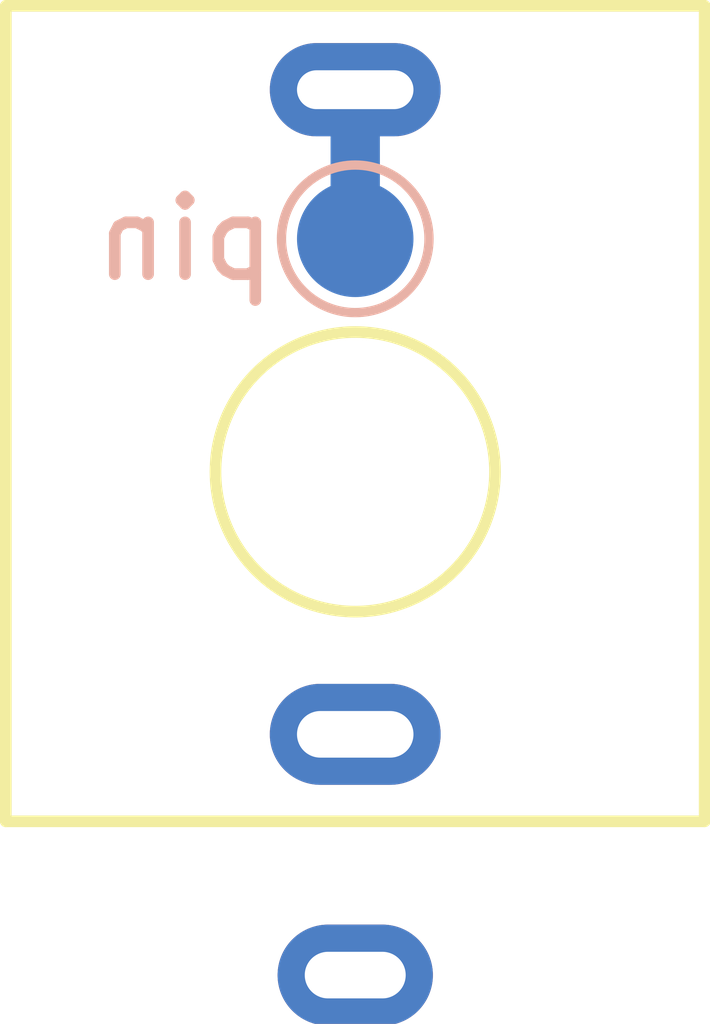
<source format=kicad_pcb>
(kicad_pcb (version 20171130) (host pcbnew "(5.1.9-0-10_14)")

  (general
    (thickness 1.6)
    (drawings 1)
    (tracks 1)
    (zones 0)
    (modules 2)
    (nets 3)
  )

  (page A4)
  (layers
    (0 F.Cu signal)
    (31 B.Cu signal)
    (32 B.Adhes user)
    (33 F.Adhes user)
    (34 B.Paste user)
    (35 F.Paste user)
    (36 B.SilkS user)
    (37 F.SilkS user)
    (38 B.Mask user)
    (39 F.Mask user)
    (40 Dwgs.User user)
    (41 Cmts.User user)
    (42 Eco1.User user)
    (43 Eco2.User user)
    (44 Edge.Cuts user)
    (45 Margin user)
    (46 B.CrtYd user hide)
    (47 F.CrtYd user hide)
    (48 B.Fab user hide)
    (49 F.Fab user hide)
  )

  (setup
    (last_trace_width 0.1524)
    (user_trace_width 0.1524)
    (user_trace_width 0.254)
    (user_trace_width 0.4064)
    (user_trace_width 0.635)
    (trace_clearance 0.1524)
    (zone_clearance 0.508)
    (zone_45_only no)
    (trace_min 0.1524)
    (via_size 0.6858)
    (via_drill 0.3048)
    (via_min_size 0.6858)
    (via_min_drill 0.3048)
    (uvia_size 0.3048)
    (uvia_drill 0.1524)
    (uvias_allowed no)
    (uvia_min_size 0.2)
    (uvia_min_drill 0.1)
    (edge_width 0.15)
    (segment_width 0.2)
    (pcb_text_width 0.3)
    (pcb_text_size 1.5 1.5)
    (mod_edge_width 0.15)
    (mod_text_size 1 1)
    (mod_text_width 0.15)
    (pad_size 2.2 1.3)
    (pad_drill 1.5)
    (pad_to_mask_clearance 0.2)
    (aux_axis_origin 0 0)
    (visible_elements FFFFFF7F)
    (pcbplotparams
      (layerselection 0x010fc_ffffffff)
      (usegerberextensions false)
      (usegerberattributes false)
      (usegerberadvancedattributes false)
      (creategerberjobfile false)
      (excludeedgelayer true)
      (linewidth 0.100000)
      (plotframeref false)
      (viasonmask false)
      (mode 1)
      (useauxorigin false)
      (hpglpennumber 1)
      (hpglpenspeed 20)
      (hpglpendiameter 15.000000)
      (psnegative false)
      (psa4output false)
      (plotreference true)
      (plotvalue true)
      (plotinvisibletext false)
      (padsonsilk false)
      (subtractmaskfromsilk false)
      (outputformat 1)
      (mirror false)
      (drillshape 1)
      (scaleselection 1)
      (outputdirectory ""))
  )

  (net 0 "")
  (net 1 GND)
  (net 2 "Net-(Pin0-Pad1)")

  (net_class Default "This is the default net class."
    (clearance 0.1524)
    (trace_width 0.1524)
    (via_dia 0.6858)
    (via_drill 0.3048)
    (uvia_dia 0.3048)
    (uvia_drill 0.1524)
    (diff_pair_width 0.1524)
    (diff_pair_gap 0.1524)
    (add_net GND)
    (add_net "Net-(Pin0-Pad1)")
  )

  (module Connector_Thonk:ThonkiconnJack (layer F.Cu) (tedit 61B869FF) (tstamp 608A8B61)
    (at 0 0)
    (path /5FC82E98)
    (fp_text reference ZZ1 (at 0 -7.5) (layer F.SilkS) hide
      (effects (font (size 1 1) (thickness 0.15)))
    )
    (fp_text value IN (at 0 9.3) (layer F.Fab)
      (effects (font (size 1 1) (thickness 0.15)))
    )
    (fp_line (start -4.5 4.5) (end 4.5 4.5) (layer F.SilkS) (width 0.15))
    (fp_line (start 4.5 -6) (end 4.5 4.5) (layer F.SilkS) (width 0.15))
    (fp_line (start -4.5 -6) (end -4.5 4.5) (layer F.SilkS) (width 0.15))
    (fp_line (start -4.5 -6) (end 4.5 -6) (layer F.SilkS) (width 0.15))
    (fp_circle (center 0 0) (end 1.8 0) (layer F.SilkS) (width 0.15))
    (pad "" np_thru_hole circle (at 0 0) (size 2.5 2.5) (drill 2.5) (layers *.Cu *.Mask))
    (pad T thru_hole oval (at 0 -4.92) (size 2.2 1.2) (drill oval 1.5 0.5) (layers *.Cu *.Mask)
      (net 2 "Net-(Pin0-Pad1)"))
    (pad TN thru_hole oval (at 0 3.38) (size 2.2 1.3) (drill oval 1.5 0.6) (layers *.Cu *.Mask)
      (net 1 GND))
    (pad S thru_hole oval (at 0 6.48) (size 2 1.3) (drill oval 1.3 0.6) (layers *.Cu *.Mask)
      (net 1 GND))
  )

  (module TestPoint:TestPoint_Pad_D1.5mm (layer B.Cu) (tedit 5A0F774F) (tstamp 60B90EA5)
    (at 0 -3)
    (descr "SMD pad as test Point, diameter 1.5mm")
    (tags "test point SMD pad")
    (path /60B91AE3)
    (attr virtual)
    (fp_text reference Pin0 (at 0 1.648) (layer F.SilkS) hide
      (effects (font (size 1 1) (thickness 0.15)))
    )
    (fp_text value TestPoint (at 0 -1.75) (layer B.Fab)
      (effects (font (size 1 1) (thickness 0.15)) (justify mirror))
    )
    (fp_circle (center 0 0) (end 1.25 0) (layer B.CrtYd) (width 0.05))
    (fp_circle (center 0 0) (end 0 -0.95) (layer B.SilkS) (width 0.12))
    (fp_text user %R (at 0 1.65) (layer B.Fab)
      (effects (font (size 1 1) (thickness 0.15)) (justify mirror))
    )
    (pad 1 smd circle (at 0 0) (size 1.5 1.5) (layers B.Cu B.Mask)
      (net 2 "Net-(Pin0-Pad1)"))
  )

  (gr_text pin (at -0.95 -3) (layer B.SilkS) (tstamp 608A8C55)
    (effects (font (size 1 1) (thickness 0.15)) (justify left mirror))
  )

  (segment (start 0 -4.92) (end 0 -3) (width 0.635) (layer B.Cu) (net 2))

)

</source>
